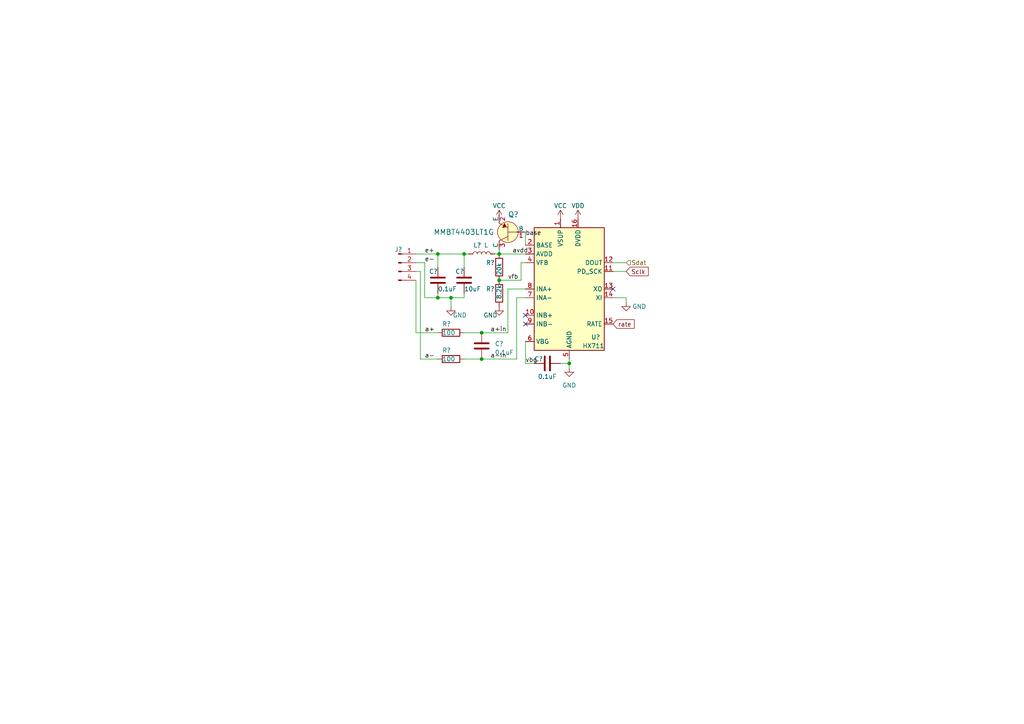
<source format=kicad_sch>
(kicad_sch (version 20230121) (generator eeschema)
  (paper "A4")
  (lib_symbols
    (symbol "Analog_ADC:HX711"
      (property "Reference" "U" (at 5.08 21.59 0))
      (property "Value" "HX711" (at 7.62 19.05 0))
      (symbol "HX711_0_1"
        (rectangle (start -10.16 17.78) (end 10.16 -17.78) (stroke (width 0.254)) (fill (type background)))
      )
      (symbol "HX711_1_1"
        (pin power_in line (at -2.54 20.32 270) (length 2.54) (name "VSUP") (number "1"))
        (pin input line (at -12.7 -7.62 0) (length 2.54) (name "INB+") (number "10"))
        (pin input line (at 12.7 5.08 180) (length 2.54) (name "PD_SCK") (number "11"))
        (pin output line (at 12.7 7.62 180) (length 2.54) (name "DOUT") (number "12"))
        (pin passive line (at 12.7 0 180) (length 2.54) (name "XO") (number "13"))
        (pin passive line (at 12.7 -2.54 180) (length 2.54) (name "XI") (number "14"))
        (pin input line (at 12.7 -10.16 180) (length 2.54) (name "RATE") (number "15"))
        (pin power_in line (at 2.54 20.32 270) (length 2.54) (name "DVDD") (number "16"))
        (pin passive line (at -12.7 12.7 0) (length 2.54) (name "BASE") (number "2"))
        (pin power_in line (at -12.7 10.16 0) (length 2.54) (name "AVDD") (number "3"))
        (pin input line (at -12.7 7.62 0) (length 2.54) (name "VFB") (number "4"))
        (pin power_in line (at 0 -20.32 90) (length 2.54) (name "AGND") (number "5"))
        (pin passive line (at -12.7 -15.24 0) (length 2.54) (name "VBG") (number "6"))
        (pin input line (at -12.7 -2.54 0) (length 2.54) (name "INA-") (number "7"))
        (pin input line (at -12.7 0 0) (length 2.54) (name "INA+") (number "8"))
        (pin input line (at -12.7 -10.16 0) (length 2.54) (name "INB-") (number "9"))
      )
    )
    (symbol "Connector:Conn_01x04_Male" (pin_names (offset 1.016) hide)
      (property "Reference" "J" (at 0 5.08 0))
      (property "Value" "Conn_01x04_Male" (at 0 -7.62 0))
      (symbol "Conn_01x04_Male_1_1"
        (polyline (pts (xy 1.27 -5.08) (xy 0.8636 -5.08)) (stroke (width 0.1524)))
        (polyline (pts (xy 1.27 -2.54) (xy 0.8636 -2.54)) (stroke (width 0.1524)))
        (polyline (pts (xy 1.27 0) (xy 0.8636 0)) (stroke (width 0.1524)))
        (polyline (pts (xy 1.27 2.54) (xy 0.8636 2.54)) (stroke (width 0.1524)))
        (rectangle (start 0.8636 -4.953) (end 0 -5.207) (stroke (width 0.1524)) (fill (type outline)))
        (rectangle (start 0.8636 -2.413) (end 0 -2.667) (stroke (width 0.1524)) (fill (type outline)))
        (rectangle (start 0.8636 0.127) (end 0 -0.127) (stroke (width 0.1524)) (fill (type outline)))
        (rectangle (start 0.8636 2.667) (end 0 2.413) (stroke (width 0.1524)) (fill (type outline)))
        (pin passive line (at 5.08 2.54 180) (length 3.81) (name "Pin_1") (number "1"))
        (pin passive line (at 5.08 0 180) (length 3.81) (name "Pin_2") (number "2"))
        (pin passive line (at 5.08 -2.54 180) (length 3.81) (name "Pin_3") (number "3"))
        (pin passive line (at 5.08 -5.08 180) (length 3.81) (name "Pin_4") (number "4"))
      )
    )
    (symbol "Device:C" (pin_numbers hide) (pin_names (offset 0.254))
      (property "Reference" "C" (at 0.635 2.54 0))
      (property "Value" "C" (at 0.635 -2.54 0))
      (symbol "C_0_1"
        (polyline (pts (xy -2.032 -0.762) (xy 2.032 -0.762)) (stroke (width 0.508)))
        (polyline (pts (xy -2.032 0.762) (xy 2.032 0.762)) (stroke (width 0.508)))
      )
      (symbol "C_1_1"
        (pin passive line (at 0 3.81 270) (length 2.794) (name "~") (number "1"))
        (pin passive line (at 0 -3.81 90) (length 2.794) (name "~") (number "2"))
      )
    )
    (symbol "Device:L" (pin_numbers hide) (pin_names (offset 1.016) hide)
      (property "Reference" "L" (at -1.27 0 90))
      (property "Value" "L" (at 1.905 0 90))
      (symbol "L_0_1"
        (arc (start 0 -2.54) (mid 0.6323 -1.905) (end 0 -1.27))
        (arc (start 0 -1.27) (mid 0.6323 -0.635) (end 0 0))
        (arc (start 0 0) (mid 0.6323 0.635) (end 0 1.27))
        (arc (start 0 1.27) (mid 0.6323 1.905) (end 0 2.54))
      )
      (symbol "L_1_1"
        (pin passive line (at 0 3.81 270) (length 1.27) (name "1") (number "1"))
        (pin passive line (at 0 -3.81 90) (length 1.27) (name "2") (number "2"))
      )
    )
    (symbol "Device:R" (pin_numbers hide) (pin_names (offset 0))
      (property "Reference" "R" (at 2.032 0 90))
      (property "Value" "R" (at 0 0 90))
      (symbol "R_0_1"
        (rectangle (start -1.016 -2.54) (end 1.016 2.54) (stroke (width 0.254)))
      )
      (symbol "R_1_1"
        (pin passive line (at 0 3.81 270) (length 1.27) (name "~") (number "1"))
        (pin passive line (at 0 -3.81 90) (length 1.27) (name "~") (number "2"))
      )
    )
    (symbol "dk_Transistors-Bipolar-BJT-Single:MMBT4403LT1G" (pin_names (offset 0))
      (property "Reference" "Q" (at -2.3876 3.9116 0))
      (property "Value" "MMBT4403LT1G" (at 5.08 0 90))
      (symbol "MMBT4403LT1G_0_1"
        (polyline (pts (xy -3.81 0) (xy -2.54 0)))
        (polyline (pts (xy -3.556 0) (xy 0 0)))
        (polyline (pts (xy 0 -1.27) (xy 2.54 -2.54)))
        (polyline (pts (xy 0 1.27) (xy 2.54 2.54)))
        (polyline (pts (xy 0 2.54) (xy 0 -2.54)))
        (polyline (pts (xy 1.016 2.54) (xy 0.508 1.524) (xy 1.524 1.27) (xy 1.016 2.54)) (fill (type outline)))
        (circle (center 0 0) (radius 2.9972) (fill (type background)))
      )
      (symbol "MMBT4403LT1G_1_1"
        (pin input line (at -5.08 0 0) (length 2.54) (name "B") (number "1"))
        (pin passive line (at 2.54 5.08 270) (length 2.54) (name "E") (number "2"))
        (pin passive line (at 2.54 -5.08 90) (length 2.54) (name "C") (number "3"))
      )
    )
    (symbol "power:GND" (power) (pin_names (offset 0))
      (property "Value" "GND" (at 0 -3.81 0))
      (symbol "GND_0_1"
        (polyline (pts (xy 0 0) (xy 0 -1.27) (xy 1.27 -1.27) (xy 0 -2.54) (xy -1.27 -1.27) (xy 0 -1.27)))
      )
      (symbol "GND_1_1"
        (pin power_in line (at 0 0 270) (length 0) hide (name "GND") (number "1"))
      )
    )
    (symbol "power:VCC" (power) (pin_names (offset 0))
      (property "Value" "VCC" (at 0 3.81 0))
      (symbol "VCC_0_1"
        (polyline (pts (xy -0.762 1.27) (xy 0 2.54)))
        (polyline (pts (xy 0 0) (xy 0 2.54)))
        (polyline (pts (xy 0 2.54) (xy 0.762 1.27)))
      )
      (symbol "VCC_1_1"
        (pin power_in line (at 0 0 90) (length 0) hide (name "VCC") (number "1"))
      )
    )
    (symbol "power:VDD" (power) (pin_names (offset 0))
      (property "Value" "VDD" (at 0 3.81 0))
      (symbol "VDD_0_1"
        (polyline (pts (xy -0.762 1.27) (xy 0 2.54)))
        (polyline (pts (xy 0 0) (xy 0 2.54)))
        (polyline (pts (xy 0 2.54) (xy 0.762 1.27)))
      )
      (symbol "VDD_1_1"
        (pin power_in line (at 0 0 90) (length 0) hide (name "VDD") (number "1"))
      )
    )
  )
  (junction (at 144.78 73.66))
  (junction (at 130.81 86.36))
  (junction (at 165.1 105.41))
  (junction (at 139.7 96.52))
  (junction (at 139.7 104.14))
  (junction (at 127 73.66))
  (junction (at 134.62 73.66))
  (junction (at 127 86.36))
  (junction (at 144.78 81.28))
  (no_connect (at 177.8 83.82))
  (no_connect (at 152.4 91.44))
  (no_connect (at 152.4 93.98))
  (wire (pts (xy 139.7 96.52) (xy 147.32 96.52)))
  (wire (pts (xy 154.94 105.41) (xy 152.4 105.41)))
  (wire (pts (xy 123.19 86.36) (xy 127 86.36)))
  (wire (pts (xy 162.56 105.41) (xy 165.1 105.41)))
  (wire (pts (xy 134.62 86.36) (xy 134.62 85.09)))
  (wire (pts (xy 134.62 77.47) (xy 134.62 73.66)))
  (wire (pts (xy 139.7 104.14) (xy 149.86 104.14)))
  (wire (pts (xy 143.51 73.66) (xy 144.78 73.66)))
  (wire (pts (xy 120.65 96.52) (xy 127 96.52)))
  (wire (pts (xy 144.78 73.66) (xy 152.4 73.66)))
  (wire (pts (xy 152.4 105.41) (xy 152.4 99.06)))
  (wire (pts (xy 134.62 104.14) (xy 139.7 104.14)))
  (wire (pts (xy 177.8 78.74) (xy 181.61 78.74)))
  (wire (pts (xy 127 86.36) (xy 127 85.09)))
  (wire (pts (xy 120.65 73.66) (xy 127 73.66)))
  (wire (pts (xy 121.92 78.74) (xy 121.92 104.14)))
  (wire (pts (xy 121.92 104.14) (xy 127 104.14)))
  (wire (pts (xy 165.1 104.14) (xy 165.1 105.41)))
  (wire (pts (xy 120.65 96.52) (xy 120.65 81.28)))
  (wire (pts (xy 149.86 104.14) (xy 149.86 86.36)))
  (wire (pts (xy 177.8 76.2) (xy 181.61 76.2)))
  (wire (pts (xy 147.32 96.52) (xy 147.32 83.82)))
  (wire (pts (xy 120.65 76.2) (xy 123.19 76.2)))
  (wire (pts (xy 127 73.66) (xy 134.62 73.66)))
  (wire (pts (xy 181.61 86.36) (xy 181.61 87.63)))
  (wire (pts (xy 120.65 78.74) (xy 121.92 78.74)))
  (wire (pts (xy 147.32 83.82) (xy 152.4 83.82)))
  (wire (pts (xy 165.1 105.41) (xy 165.1 106.68)))
  (wire (pts (xy 144.78 72.39) (xy 144.78 73.66)))
  (wire (pts (xy 151.13 76.2) (xy 152.4 76.2)))
  (wire (pts (xy 130.81 88.9) (xy 130.81 86.36)))
  (wire (pts (xy 130.81 86.36) (xy 134.62 86.36)))
  (wire (pts (xy 123.19 86.36) (xy 123.19 76.2)))
  (wire (pts (xy 152.4 67.31) (xy 152.4 71.12)))
  (wire (pts (xy 144.78 62.23) (xy 144.78 63.5)))
  (wire (pts (xy 134.62 73.66) (xy 135.89 73.66)))
  (wire (pts (xy 149.86 86.36) (xy 152.4 86.36)))
  (wire (pts (xy 151.13 81.28) (xy 151.13 76.2)))
  (wire (pts (xy 134.62 96.52) (xy 139.7 96.52)))
  (wire (pts (xy 144.78 81.28) (xy 151.13 81.28)))
  (wire (pts (xy 177.8 86.36) (xy 181.61 86.36)))
  (wire (pts (xy 127 86.36) (xy 130.81 86.36)))
  (wire (pts (xy 127 77.47) (xy 127 73.66)))
  (label "a+" (at 123.19 96.52 0))
  (label "a+in" (at 142.24 96.52 0))
  (label "a-in" (at 142.24 104.14 0))
  (label "vfb" (at 147.32 81.28 0))
  (label "a-" (at 123.19 104.14 0))
  (label "avdd" (at 148.59 73.66 0))
  (label "base" (at 152.4 68.58 0))
  (label "e+" (at 123.19 73.66 0))
  (label "e-" (at 123.19 76.2 0))
  (label "vbg" (at 152.4 105.41 0))
  (global_label "rate" (shape input) (at 177.8 93.98 0) (property "Intersheetrefs" "${INTERSHEET_REFS}" (effects hide)))
  (global_label "Sclk" (shape input) (at 181.61 78.74 0) (property "Intersheetrefs" "${INTERSHEET_REFS}" (effects hide)))
  (hierarchical_label "Sdat" (shape input) (at 181.61 76.2 0))
  (symbol (lib_id "power:VCC") (at 162.56 63.5 0) (unit 1)
    (property "Reference" "#PWR?" (effects hide))
    (property "Value" "VCC" (at 162.56 59.69 0))
    (instances (project "octoHX711" (path "" (reference "#PWR?") (unit 1)) (path "" (reference "#PWR02") (unit 1)) (path "" (reference "#PWR09") (unit 1)) (path "" (reference "#PWR016") (unit 1)) (path "" (reference "#PWR023") (unit 1)) (path "" (reference "#PWR030") (unit 1)) (path "" (reference "#PWR044") (unit 1)) (path "" (reference "#PWR051") (unit 1)) (path "" (reference "#PWR037") (unit 1))))
  )
  (symbol (lib_id "Device:C") (at 134.62 81.28 0) (unit 1)
    (property "Reference" "C?" (at 134.62 78.74 0) (effects (justify right)))
    (property "Value" "10uF" (at 134.62 83.82 0) (effects (justify left)))
    (property "Footprint" "Capacitor_SMD:C_0402_1005Metric" (effects hide))
    (instances (project "octoHX711" (path "" (reference "C?") (unit 1)) (path "" (reference "C2") (unit 1)) (path "" (reference "C6") (unit 1)) (path "" (reference "C10") (unit 1)) (path "" (reference "C14") (unit 1)) (path "" (reference "C18") (unit 1)) (path "" (reference "C26") (unit 1)) (path "" (reference "C30") (unit 1)) (path "" (reference "C22") (unit 1))))
  )
  (symbol (lib_id "power:GND") (at 181.61 87.63 0) (unit 1)
    (property "Reference" "#PWR?" (effects hide))
    (property "Value" "GND" (at 185.42 88.9 0))
    (instances (project "octoHX711" (path "" (reference "#PWR?") (unit 1)) (path "" (reference "#PWR04") (unit 1)) (path "" (reference "#PWR011") (unit 1)) (path "" (reference "#PWR018") (unit 1)) (path "" (reference "#PWR025") (unit 1)) (path "" (reference "#PWR032") (unit 1)) (path "" (reference "#PWR046") (unit 1)) (path "" (reference "#PWR053") (unit 1)) (path "" (reference "#PWR039") (unit 1))))
  )
  (symbol (lib_id "power:VDD") (at 167.64 63.5 0) (unit 1)
    (property "Reference" "#PWR?" (effects hide))
    (property "Value" "VDD" (at 167.64 59.69 0))
    (instances (project "octoHX711" (path "" (reference "#PWR?") (unit 1)) (path "" (reference "#PWR03") (unit 1)) (path "" (reference "#PWR010") (unit 1)) (path "" (reference "#PWR017") (unit 1)) (path "" (reference "#PWR024") (unit 1)) (path "" (reference "#PWR031") (unit 1)) (path "" (reference "#PWR045") (unit 1)) (path "" (reference "#PWR052") (unit 1)) (path "" (reference "#PWR038") (unit 1))))
  )
  (symbol (lib_id "Analog_ADC:HX711") (at 165.1 83.82 0) (unit 1)
    (property "Reference" "U?" (at 171.45 97.79 0) (effects (justify left)))
    (property "Value" "HX711" (at 168.91 100.33 0) (effects (justify left)))
    (property "Footprint" "Package_SO:SOP-16_3.9x9.9mm_P1.27mm" (effects hide))
    (property "Datasheet" "https://cdn.sparkfun.com/datasheets/Sensors/ForceFlex/hx711_english.pdf" (effects hide))
    (instances (project "octoHX711" (path "" (reference "U?") (unit 1)) (path "" (reference "U1") (unit 1)) (path "" (reference "U2") (unit 1)) (path "" (reference "U3") (unit 1)) (path "" (reference "U4") (unit 1)) (path "" (reference "U5") (unit 1)) (path "" (reference "U7") (unit 1)) (path "" (reference "U8") (unit 1)) (path "" (reference "U6") (unit 1))))
  )
  (symbol (lib_id "Connector:Conn_01x04_Male") (at 115.57 76.2 0) (unit 1)
    (property "Reference" "J?" (at 115.57 72.39 0))
    (property "Value" "Conn_01x04_Male" (effects hide))
    (property "Footprint" "Connector_PinHeader_2.54mm:PinHeader_1x04_P2.54mm_Vertical" (effects hide))
    (instances (project "octoHX711" (path "" (reference "J?") (unit 1)) (path "" (reference "J1") (unit 1)) (path "" (reference "J2") (unit 1)) (path "" (reference "J3") (unit 1)) (path "" (reference "J4") (unit 1)) (path "" (reference "J5") (unit 1)) (path "" (reference "J7") (unit 1)) (path "" (reference "J8") (unit 1)) (path "" (reference "J6") (unit 1))))
  )
  (symbol (lib_id "power:GND") (at 130.81 88.9 0) (unit 1)
    (property "Reference" "#PWR?" (effects hide))
    (property "Value" "GND" (at 133.35 91.44 0))
    (instances (project "octoHX711" (path "" (reference "#PWR?") (unit 1)) (path "" (reference "#PWR05") (unit 1)) (path "" (reference "#PWR012") (unit 1)) (path "" (reference "#PWR019") (unit 1)) (path "" (reference "#PWR026") (unit 1)) (path "" (reference "#PWR033") (unit 1)) (path "" (reference "#PWR047") (unit 1)) (path "" (reference "#PWR054") (unit 1)) (path "" (reference "#PWR040") (unit 1))))
  )
  (symbol (lib_id "Device:R") (at 144.78 85.09 0) (unit 1)
    (property "Reference" "R?" (at 143.51 83.82 0) (effects (justify right)))
    (property "Value" "8.2k" (at 144.78 82.55 90) (effects (justify right)))
    (property "Footprint" "Resistor_SMD:R_01005_0402Metric" (effects hide))
    (instances (project "octoHX711" (path "" (reference "R?") (unit 1)) (path "" (reference "R2") (unit 1)) (path "" (reference "R6") (unit 1)) (path "" (reference "R10") (unit 1)) (path "" (reference "R14") (unit 1)) (path "" (reference "R18") (unit 1)) (path "" (reference "R26") (unit 1)) (path "" (reference "R30") (unit 1)) (path "" (reference "R22") (unit 1))))
  )
  (symbol (lib_id "Device:R") (at 130.81 96.52 90) (unit 1)
    (property "Reference" "R?" (at 130.81 93.98 90) (effects (justify left)))
    (property "Value" "100" (at 132.08 96.52 90) (effects (justify left)))
    (property "Footprint" "Resistor_SMD:R_01005_0402Metric" (effects hide))
    (instances (project "octoHX711" (path "" (reference "R?") (unit 1)) (path "" (reference "R3") (unit 1)) (path "" (reference "R7") (unit 1)) (path "" (reference "R11") (unit 1)) (path "" (reference "R15") (unit 1)) (path "" (reference "R19") (unit 1)) (path "" (reference "R27") (unit 1)) (path "" (reference "R31") (unit 1)) (path "" (reference "R23") (unit 1))))
  )
  (symbol (lib_id "Device:R") (at 130.81 104.14 90) (unit 1)
    (property "Reference" "R?" (at 130.81 101.6 90) (effects (justify left)))
    (property "Value" "100" (at 132.08 104.14 90) (effects (justify left)))
    (property "Footprint" "Resistor_SMD:R_01005_0402Metric" (effects hide))
    (instances (project "octoHX711" (path "" (reference "R?") (unit 1)) (path "" (reference "R4") (unit 1)) (path "" (reference "R8") (unit 1)) (path "" (reference "R12") (unit 1)) (path "" (reference "R16") (unit 1)) (path "" (reference "R20") (unit 1)) (path "" (reference "R28") (unit 1)) (path "" (reference "R32") (unit 1)) (path "" (reference "R24") (unit 1))))
  )
  (symbol (lib_id "Device:R") (at 144.78 77.47 0) (unit 1)
    (property "Reference" "R?" (at 143.51 76.2 0) (effects (justify right)))
    (property "Value" "20k" (at 144.78 76.2 90) (effects (justify right)))
    (property "Footprint" "Resistor_SMD:R_01005_0402Metric" (effects hide))
    (instances (project "octoHX711" (path "" (reference "R?") (unit 1)) (path "" (reference "R1") (unit 1)) (path "" (reference "R5") (unit 1)) (path "" (reference "R9") (unit 1)) (path "" (reference "R13") (unit 1)) (path "" (reference "R17") (unit 1)) (path "" (reference "R25") (unit 1)) (path "" (reference "R29") (unit 1)) (path "" (reference "R21") (unit 1))))
  )
  (symbol (lib_id "Device:L") (at 139.7 73.66 90) (unit 1)
    (property "Reference" "L?" (at 138.43 71.12 90))
    (property "Value" "L" (at 140.97 71.12 90))
    (property "Footprint" "Inductor_SMD:L_0603_1608Metric" (effects hide))
    (instances (project "octoHX711" (path "" (reference "L?") (unit 1)) (path "" (reference "L1") (unit 1)) (path "" (reference "L2") (unit 1)) (path "" (reference "L3") (unit 1)) (path "" (reference "L4") (unit 1)) (path "" (reference "L5") (unit 1)) (path "" (reference "L7") (unit 1)) (path "" (reference "L8") (unit 1)) (path "" (reference "L6") (unit 1))))
  )
  (symbol (lib_id "Device:C") (at 139.7 100.33 0) (unit 1)
    (property "Reference" "C?" (at 143.51 99.695 0) (effects (justify left)))
    (property "Value" "0.1uF" (at 143.51 102.235 0) (effects (justify left)))
    (property "Footprint" "Capacitor_SMD:C_0402_1005Metric" (effects hide))
    (instances (project "octoHX711" (path "" (reference "C?") (unit 1)) (path "" (reference "C3") (unit 1)) (path "" (reference "C7") (unit 1)) (path "" (reference "C11") (unit 1)) (path "" (reference "C15") (unit 1)) (path "" (reference "C19") (unit 1)) (path "" (reference "C27") (unit 1)) (path "" (reference "C31") (unit 1)) (path "" (reference "C23") (unit 1))))
  )
  (symbol (lib_id "power:GND") (at 165.1 106.68 0) (unit 1)
    (property "Reference" "#PWR?" (effects hide))
    (property "Value" "GND" (at 165.1 111.76 0))
    (instances (project "octoHX711" (path "" (reference "#PWR?") (unit 1)) (path "" (reference "#PWR07") (unit 1)) (path "" (reference "#PWR014") (unit 1)) (path "" (reference "#PWR021") (unit 1)) (path "" (reference "#PWR028") (unit 1)) (path "" (reference "#PWR035") (unit 1)) (path "" (reference "#PWR049") (unit 1)) (path "" (reference "#PWR056") (unit 1)) (path "" (reference "#PWR042") (unit 1))))
  )
  (symbol (lib_id "Device:C") (at 127 81.28 0) (unit 1)
    (property "Reference" "C?" (at 127 78.74 0) (effects (justify right)))
    (property "Value" "0.1uF" (at 127 83.82 0) (effects (justify left)))
    (property "Footprint" "Capacitor_SMD:C_0402_1005Metric" (effects hide))
    (instances (project "octoHX711" (path "" (reference "C?") (unit 1)) (path "" (reference "C1") (unit 1)) (path "" (reference "C5") (unit 1)) (path "" (reference "C9") (unit 1)) (path "" (reference "C13") (unit 1)) (path "" (reference "C17") (unit 1)) (path "" (reference "C25") (unit 1)) (path "" (reference "C29") (unit 1)) (path "" (reference "C21") (unit 1))))
  )
  (symbol (lib_id "power:GND") (at 144.78 88.9 0) (unit 1)
    (property "Reference" "#PWR?" (effects hide))
    (property "Value" "GND" (at 142.24 91.44 0))
    (instances (project "octoHX711" (path "" (reference "#PWR?") (unit 1)) (path "" (reference "#PWR06") (unit 1)) (path "" (reference "#PWR013") (unit 1)) (path "" (reference "#PWR020") (unit 1)) (path "" (reference "#PWR027") (unit 1)) (path "" (reference "#PWR034") (unit 1)) (path "" (reference "#PWR048") (unit 1)) (path "" (reference "#PWR055") (unit 1)) (path "" (reference "#PWR041") (unit 1))))
  )
  (symbol (lib_id "Device:C") (at 158.75 105.41 90) (unit 1)
    (property "Reference" "C?" (at 156.21 104.14 90))
    (property "Value" "0.1uF" (at 158.75 109.22 90))
    (property "Footprint" "Capacitor_SMD:C_0402_1005Metric" (effects hide))
    (instances (project "octoHX711" (path "" (reference "C?") (unit 1)) (path "" (reference "C4") (unit 1)) (path "" (reference "C8") (unit 1)) (path "" (reference "C12") (unit 1)) (path "" (reference "C16") (unit 1)) (path "" (reference "C20") (unit 1)) (path "" (reference "C28") (unit 1)) (path "" (reference "C32") (unit 1)) (path "" (reference "C24") (unit 1))))
  )
  (symbol (lib_id "power:VCC") (at 144.78 63.5 0) (unit 1)
    (property "Reference" "#PWR?" (effects hide))
    (property "Value" "VCC" (at 144.78 59.69 0))
    (instances (project "octoHX711" (path "" (reference "#PWR?") (unit 1)) (path "" (reference "#PWR01") (unit 1)) (path "" (reference "#PWR08") (unit 1)) (path "" (reference "#PWR015") (unit 1)) (path "" (reference "#PWR022") (unit 1)) (path "" (reference "#PWR029") (unit 1)) (path "" (reference "#PWR043") (unit 1)) (path "" (reference "#PWR050") (unit 1)) (path "" (reference "#PWR036") (unit 1))))
  )
  (symbol (lib_id "dk_Transistors-Bipolar-BJT-Single:MMBT4403LT1G") (at 147.32 67.31 0) (mirror y) (unit 1)
    (property "Reference" "Q?" (at 147.32 62.23 0) (effects (font (size 1.524 1.524)) (justify right)))
    (property "Value" "MMBT4403LT1G" (at 125.73 67.31 0) (effects (font (size 1.524 1.524)) (justify right)))
    (property "Footprint" "digikey-footprints:SOT-23-3" (effects hide))
    (property "Datasheet" "http://www.onsemi.com/pub/Collateral/MMBT4403LT1-D.PDF" (effects hide))
    (property "Digi-Key_PN" "MMBT4403LT1GOSCT-ND" (effects hide))
    (property "MPN" "MMBT4403LT1G" (effects hide))
    (property "Category" "Discrete Semiconductor Products" (effects hide))
    (property "Family" "Transistors - Bipolar (BJT) - Single" (effects hide))
    (property "DK_Datasheet_Link" "http://www.onsemi.com/pub/Collateral/MMBT4403LT1-D.PDF" (effects hide))
    (property "DK_Detail_Page" "/product-detail/en/on-semiconductor/MMBT4403LT1G/MMBT4403LT1GOSCT-ND/1139820" (effects hide))
    (property "Description" "TRANS PNP 40V 0.6A SOT23" (effects hide))
    (property "Manufacturer" "ON Semiconductor" (effects hide))
    (property "Status" "Active" (effects hide))
    (instances (project "octoHX711" (path "" (reference "Q?") (unit 1)) (path "" (reference "Q1") (unit 1)) (path "" (reference "Q2") (unit 1)) (path "" (reference "Q3") (unit 1)) (path "" (reference "Q4") (unit 1)) (path "" (reference "Q5") (unit 1)) (path "" (reference "Q7") (unit 1)) (path "" (reference "Q8") (unit 1)) (path "" (reference "Q6") (unit 1))))
  )
)
</source>
